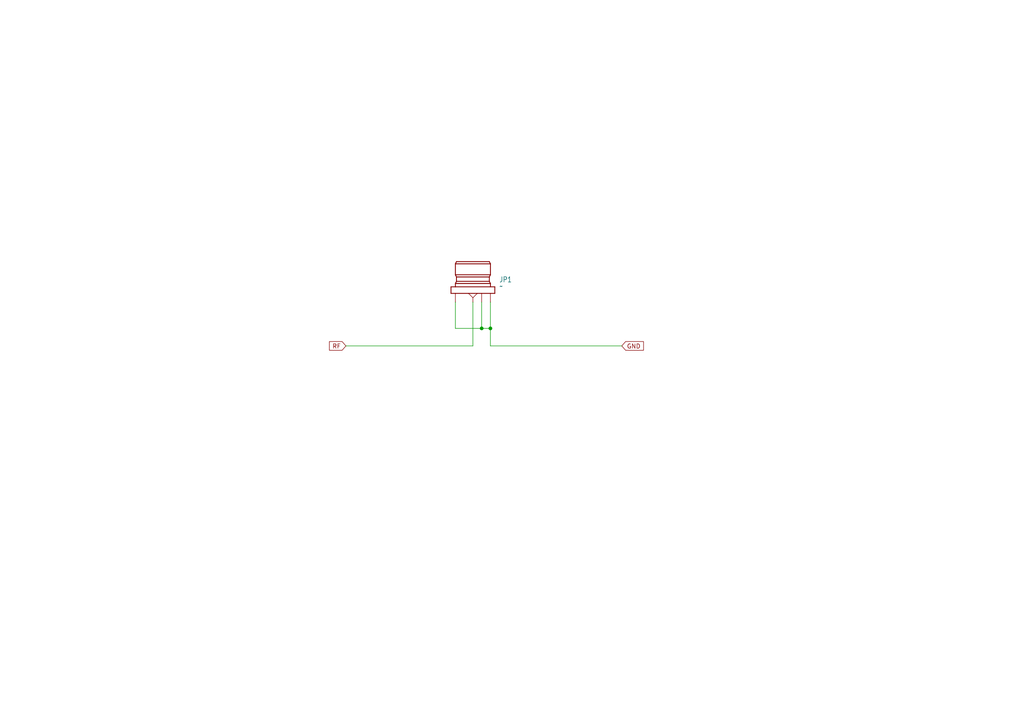
<source format=kicad_sch>
(kicad_sch (version 20231120) (generator "eeschema") (generator_version "8.0")
  (paper "A4")
  (title_block (title "ANT24A") (date "2024-02-28") (rev "1.0"))
  (lib_symbols
    (symbol "bc-connector:JP-MOLEX-73412-0110"
      (property "Reference" "JP" (at 2.54 6.858 0))
      (symbol "JP-MOLEX-73412-0110_1_0"
        (polyline (pts (xy -1.27 0) (xy -2.54 0)) (stroke (width 0.1524)))
        (polyline (pts (xy -1.27 0) (xy 0 -1.27)) (stroke (width 0.1524)))
        (polyline (pts (xy -1.27 0) (xy 0 1.27)) (stroke (width 0.1524)))
        (polyline (pts (xy 0 -6.35) (xy 1.905 -6.35)) (stroke (width 0.254)))
        (polyline (pts (xy 0 -5.08) (xy -2.54 -5.08)) (stroke (width 0.1524)))
        (polyline (pts (xy 0 -5.08) (xy 0 -6.35)) (stroke (width 0.254)))
        (polyline (pts (xy 0 -2.54) (xy -2.54 -2.54)) (stroke (width 0.1524)))
        (polyline (pts (xy 0 -2.54) (xy 0 -5.08)) (stroke (width 0.254)))
        (polyline (pts (xy 0 -1.27) (xy 0 -2.54)) (stroke (width 0.254)))
        (polyline (pts (xy 0 1.27) (xy 0 -1.27)) (stroke (width 0.254)))
        (polyline (pts (xy 0 5.08) (xy -2.54 5.08)) (stroke (width 0.1524)))
        (polyline (pts (xy 0 5.08) (xy 0 1.27)) (stroke (width 0.254)))
        (polyline (pts (xy 0 6.35) (xy 0 5.08)) (stroke (width 0.254)))
        (polyline (pts (xy 1.905 -6.35) (xy 1.905 5.08)) (stroke (width 0.254)))
        (polyline (pts (xy 1.905 -5.08) (xy 2.8575 -5.08)) (stroke (width 0.254)))
        (polyline (pts (xy 1.905 5.08) (xy 1.905 6.35)) (stroke (width 0.254)))
        (polyline (pts (xy 1.905 5.08) (xy 2.8575 5.08)) (stroke (width 0.254)))
        (polyline (pts (xy 1.905 6.35) (xy 0 6.35)) (stroke (width 0.254)))
        (polyline (pts (xy 2.8575 -5.08) (xy 3.4925 -4.7625)) (stroke (width 0.254)))
        (polyline (pts (xy 2.8575 5.08) (xy 2.8575 -5.08)) (stroke (width 0.254)))
        (polyline (pts (xy 2.8575 5.08) (xy 3.4925 4.7625)) (stroke (width 0.254)))
        (polyline (pts (xy 3.4925 -4.7625) (xy 4.7625 -4.7625)) (stroke (width 0.254)))
        (polyline (pts (xy 3.4925 4.7625) (xy 3.4925 -4.7625)) (stroke (width 0.254)))
        (polyline (pts (xy 3.4925 4.7625) (xy 4.7625 4.7625)) (stroke (width 0.254)))
        (polyline (pts (xy 4.7625 -4.7625) (xy 5.3975 -5.08)) (stroke (width 0.254)))
        (polyline (pts (xy 4.7625 4.7625) (xy 4.7625 -4.7625)) (stroke (width 0.254)))
        (polyline (pts (xy 4.7625 4.7625) (xy 5.3975 5.08)) (stroke (width 0.254)))
        (polyline (pts (xy 5.3975 -5.08) (xy 8.5725 -5.08)) (stroke (width 0.254)))
        (polyline (pts (xy 5.3975 5.08) (xy 5.3975 -5.08)) (stroke (width 0.254)))
        (polyline (pts (xy 5.3975 5.08) (xy 8.5725 5.08)) (stroke (width 0.254)))
        (polyline (pts (xy 8.5725 -5.08) (xy 9.2075 -4.7625)) (stroke (width 0.254)))
        (polyline (pts (xy 8.5725 5.08) (xy 8.5725 -5.08)) (stroke (width 0.254)))
        (polyline (pts (xy 8.5725 5.08) (xy 9.2075 4.7625)) (stroke (width 0.254)))
        (polyline (pts (xy 9.2075 4.7625) (xy 9.2075 -4.7625)) (stroke (width 0.254)))
        (pin passive line (at -2.54 0 0) (length 0) (name "ANT") (number "1"))
        (pin passive line (at -2.54 5.08 0) (length 0) (name "GND1") (number "2"))
        (pin passive line (at -2.54 -2.54 0) (length 0) (name "GND2") (number "3"))
        (pin passive line (at -2.54 -5.08 0) (length 0) (name "GND3") (number "4"))
      )
    )
  )
  (junction (at 142.24 95.25))
  (junction (at 139.7 95.25))
  (wire (pts (xy 139.7 95.25) (xy 142.24 95.25)))
  (wire (pts (xy 132.08 95.25) (xy 139.7 95.25)))
  (wire (pts (xy 132.08 87.63) (xy 132.08 95.25)))
  (wire (pts (xy 139.7 87.63) (xy 139.7 95.25)))
  (wire (pts (xy 142.24 95.25) (xy 142.24 100.33)))
  (wire (pts (xy 142.24 87.63) (xy 142.24 95.25)))
  (wire (pts (xy 137.16 87.63) (xy 137.16 100.33)))
  (wire (pts (xy 142.24 100.33) (xy 180.34 100.33)))
  (wire (pts (xy 100.33 100.33) (xy 137.16 100.33)))
  (global_label "RF" (shape input) (at 100.33 100.33 180) (property "Intersheetrefs" "${INTERSHEET_REFS}" (effects (hide yes))))
  (global_label "GND" (shape input) (at 180.34 100.33 0) (property "Intersheetrefs" "${INTERSHEET_REFS}" (effects (hide yes))))
  (symbol (lib_id "bc-connector:JP-MOLEX-73412-0110") (at 137.16 85.09 90) (unit 1)
    (property "Reference" "JP1" (at 144.78 81.0957 90) (effects (font (size 1.524 1.2954)) (justify right)))
    (property "Value" "~" (at 144.78 83.0008 90) (effects (font (size 1.524 1.2954)) (justify right)))
    (property "Footprint" "bc-connector:MOLEX-73412-0110_R" (effects (hide yes)))
    (property "Description" "Microcoaxial RF connector, vertical, 50 Ohm\n\nMounting Technology: SMT\n\nManufacturer Name: Molex\n\nManufacturer Part Number: 73412-0110\n\nSupplier Name: Farnell\n\nUnit Price CZK: 9.6363\n\nUnit Price EUR: 0.3569\n\nMOQ (pcs): 1250\n\nMPU (pcs): 1250\n\nL/T (weeks): 13" (effects (hide yes)))
  )
)
</source>
